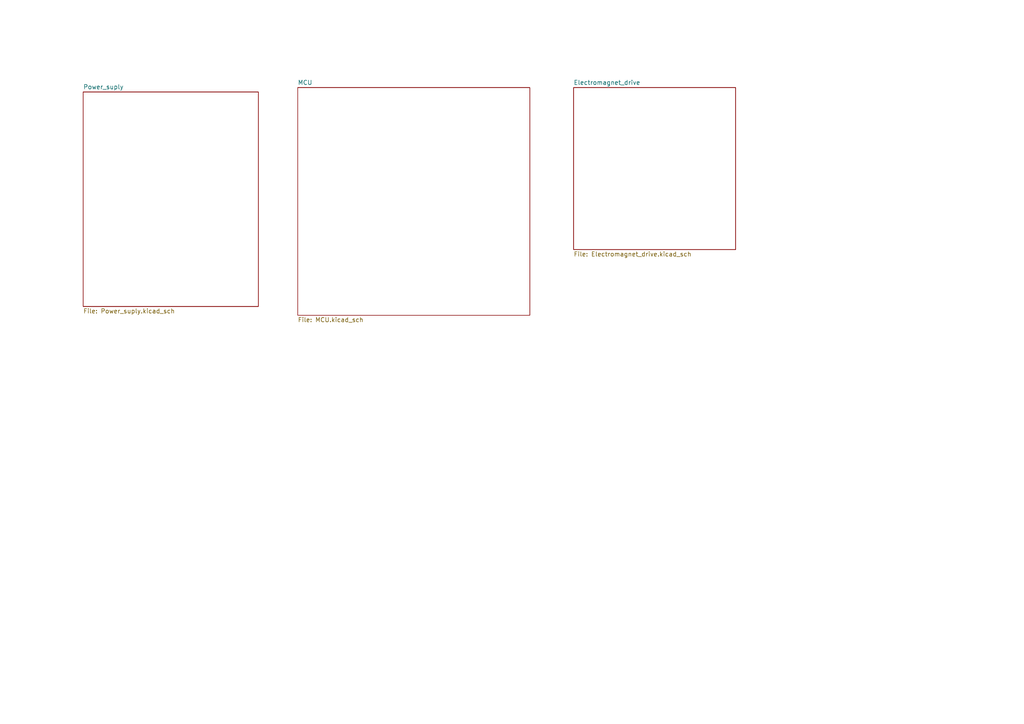
<source format=kicad_sch>
(kicad_sch
	(version 20250114)
	(generator "eeschema")
	(generator_version "9.0")
	(uuid "504fb267-b15c-4d0a-9f0b-5aa703044f0f")
	(paper "A4")
	(lib_symbols)
	(sheet
		(at 24.13 26.67)
		(size 50.8 62.23)
		(exclude_from_sim no)
		(in_bom yes)
		(on_board yes)
		(dnp no)
		(fields_autoplaced yes)
		(stroke
			(width 0.1524)
			(type solid)
		)
		(fill
			(color 0 0 0 0.0000)
		)
		(uuid "61ee4e0a-2955-42f2-843f-0d65d6724514")
		(property "Sheetname" "Power_suply"
			(at 24.13 25.9584 0)
			(effects
				(font
					(size 1.27 1.27)
				)
				(justify left bottom)
			)
		)
		(property "Sheetfile" "Power_suply.kicad_sch"
			(at 24.13 89.4846 0)
			(effects
				(font
					(size 1.27 1.27)
				)
				(justify left top)
			)
		)
		(instances
			(project "Circuit_design"
				(path "/504fb267-b15c-4d0a-9f0b-5aa703044f0f"
					(page "3")
				)
			)
		)
	)
	(sheet
		(at 86.36 25.4)
		(size 67.31 66.04)
		(exclude_from_sim no)
		(in_bom yes)
		(on_board yes)
		(dnp no)
		(fields_autoplaced yes)
		(stroke
			(width 0.1524)
			(type solid)
		)
		(fill
			(color 0 0 0 0.0000)
		)
		(uuid "72a042e0-1e5b-4628-b631-251fef8ab259")
		(property "Sheetname" "MCU"
			(at 86.36 24.6884 0)
			(effects
				(font
					(size 1.27 1.27)
				)
				(justify left bottom)
			)
		)
		(property "Sheetfile" "MCU.kicad_sch"
			(at 86.36 92.0246 0)
			(effects
				(font
					(size 1.27 1.27)
				)
				(justify left top)
			)
		)
		(instances
			(project "Circuit_design"
				(path "/504fb267-b15c-4d0a-9f0b-5aa703044f0f"
					(page "4")
				)
			)
		)
	)
	(sheet
		(at 166.37 25.4)
		(size 46.99 46.99)
		(exclude_from_sim no)
		(in_bom yes)
		(on_board yes)
		(dnp no)
		(fields_autoplaced yes)
		(stroke
			(width 0.1524)
			(type solid)
		)
		(fill
			(color 0 0 0 0.0000)
		)
		(uuid "fcaa1cb0-b168-4e6a-ac1d-510203a9bc63")
		(property "Sheetname" "Electromagnet_drive"
			(at 166.37 24.6884 0)
			(effects
				(font
					(size 1.27 1.27)
				)
				(justify left bottom)
			)
		)
		(property "Sheetfile" "Electromagnet_drive.kicad_sch"
			(at 166.37 72.9746 0)
			(effects
				(font
					(size 1.27 1.27)
				)
				(justify left top)
			)
		)
		(instances
			(project "Circuit_design"
				(path "/504fb267-b15c-4d0a-9f0b-5aa703044f0f"
					(page "2")
				)
			)
		)
	)
	(sheet_instances
		(path "/"
			(page "1")
		)
	)
	(embedded_fonts no)
)

</source>
